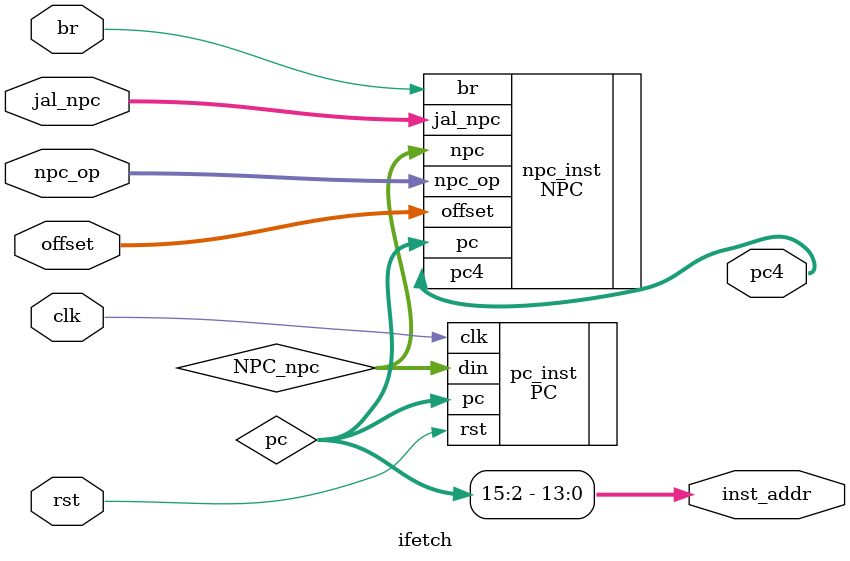
<source format=v>
`timescale 1ns / 1ps

`include "defines.vh"

module ifetch(
    input wire clk,
    input wire rst,
    input wire [31:0] offset,
    input wire [31:0]  jal_npc,   // for jirl
    input wire br,
    input wire [2:0] npc_op,
    output wire [31:0] pc4,
`ifdef RUN_TRACE
    output wire [15:0]  inst_addr
`else
    output wire [13:0]  inst_addr // Output instruction address slice for IROM
`endif
);

    // NPC inputs and outputs
    wire [31:0] pc;              // Current instruction address
    wire [31:0] NPC_npc;         // Next instruction address

    // Instantiate NPC module
    NPC npc_inst (
        .pc(pc),
        .offset(offset),
        .jal_npc(jal_npc),
        .br(br),
        .npc_op(npc_op),
        .npc(NPC_npc),
        .pc4(pc4)
    );

    PC pc_inst (
        .clk(clk),
        .rst(rst),
        .din(NPC_npc),
        .pc(pc)
    );

`ifdef RUN_TRACE
    assign inst_addr = pc[17:2];
`else
    assign inst_addr = pc[15:2];
`endif 

endmodule

</source>
